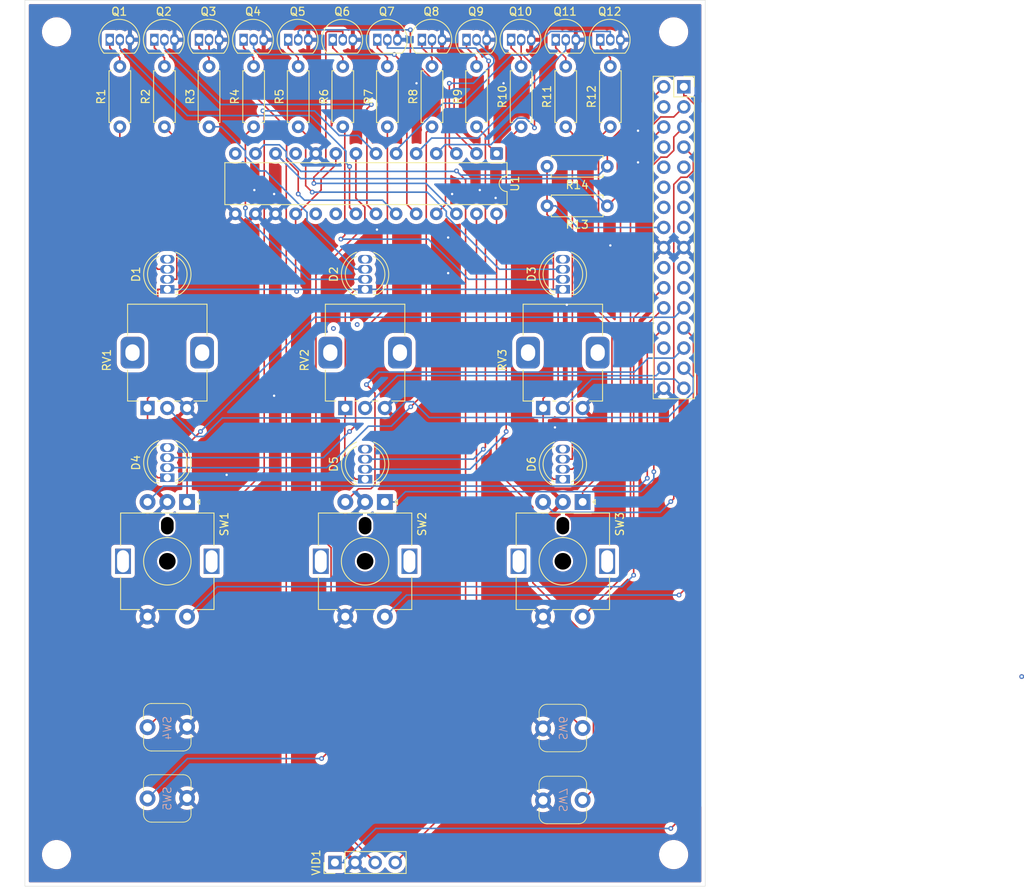
<source format=kicad_pcb>
(kicad_pcb (version 20241229) (generator "pcbnew") (generator_version "9.0")
  (layers (0 "F.Cu" signal) (2 "B.Cu" signal) (13 "F.Paste" user) (15 "B.Paste" user) (5 "F.SilkS" user "F.Silkscreen") (7 "B.SilkS" user "B.Silkscreen") (1 "F.Mask" user) (3 "B.Mask" user) (25 "Edge.Cuts" user))
  (net 0 "")
  (net 2 "GND")
  (net 3 "Net-(D1-RK)")
  (net 4 "Net-(D1-GK)")
  (net 5 "+5V")
  (net 6 "+3V3")
  (net 8 "Net-(D2-RK)")
  (net 9 "Net-(D2-GK)")
  (net 11 "Net-(D3-RK)")
  (net 12 "Net-(D3-GK)")
  (net 13 "Net-(D4-RK)")
  (net 15 "/ADC_VREF")
  (net 16 "Net-(D4-GK)")
  (net 17 "Net-(D5-GK)")
  (net 18 "Net-(D5-RK)")
  (net 19 "/GPIO1")
  (net 22 "Net-(D6-GK)")
  (net 23 "Net-(D6-RK)")
  (net 24 "/GPIO26")
  (net 25 "/ENC2_B")
  (net 26 "/GPIO2")
  (net 28 "/GPIO27")
  (net 29 "/GPIO28")
  (net 30 "/GPIO0")
  (net 33 "/ENC3_A")
  (net 35 "/ENC3_SW")
  (net 36 "/ENC1_A")
  (net 38 "/ENC1_SW")
  (net 39 "/ENC2_SW")
  (net 40 "/ENC3_B")
  (net 45 "/ENC1_B")
  (net 46 "/ENC2_A")
  (net 49 "/LED_G_ENC1")
  (net 50 "Net-(Q2-C)")
  (net 51 "Net-(Q3-C)")
  (net 52 "/LED_R_ENC1")
  (net 53 "Net-(Q4-C)")
  (net 54 "/LED_G_ENC2")
  (net 55 "Net-(Q5-C)")
  (net 56 "/LED_R_ENC2")
  (net 57 "/LED_G_ENC3")
  (net 58 "Net-(Q6-C)")
  (net 59 "Net-(Q7-C)")
  (net 60 "/LED_R_ENC3")
  (net 61 "Net-(Q8-C)")
  (net 62 "/LED_G_POT1")
  (net 63 "Net-(Q9-C)")
  (net 64 "/LED_R_POT1")
  (net 65 "/LED_G_POT2")
  (net 66 "Net-(Q10-C)")
  (net 67 "Net-(Q11-C)")
  (net 68 "/LED_R_POT2")
  (net 69 "Net-(Q12-C)")
  (net 70 "/LED_G_POT3")
  (net 71 "Net-(Q1-C)")
  (net 72 "/LED_R_POT3")
  (net 79 "/BUTTON1")
  (net 80 "/BUTTON2")
  (net 81 "/BUTTON3")
  (net 82 "/BUTTON4")
  (footprint "rytmos:KAILH_MUTE" (layer "F.Cu") (at 161 123.9 90)
    (property "Reference" "SW5")
    (property "Value" "SW_Push" (hide yes))
  )
  (footprint "Resistor_THT:R_Axial_DIN0207_L6.3mm_D2.5mm_P7.62mm_Horizontal" (layer "F.Cu") (at 163.2727 36 90)
    (property "Reference" "R3")
    (property "Value" "470R")
  )
  (footprint "Resistor_THT:R_Axial_DIN0207_L6.3mm_D2.5mm_P7.62mm_Horizontal" (layer "F.Cu") (at 208.3636 36 90)
    (property "Reference" "R11")
    (property "Value" "470R")
  )
  (footprint "Package_TO_SOT_THT:TO-92L_Inline" (layer "F.Cu") (at 156.3664 25)
    (property "Reference" "Q2")
    (property "Value" "NPN")
  )
  (footprint "Package_TO_SOT_THT:TO-92L_Inline" (layer "F.Cu") (at 212.73 25)
    (property "Reference" "Q12")
    (property "Value" "NPN")
  )
  (footprint "rytmos:KAILH_MUTE" (layer "F.Cu") (at 205 118.1 -90)
    (property "Reference" "SW7")
    (property "Value" "SW_Push" (hide yes))
  )
  (footprint "Potentiometer_THT:Potentiometer_Alps_RK09K_Single_Vertical" (layer "F.Cu") (at 180.5 71.55 90)
    (property "Reference" "RV2")
    (property "Value" "R_Vol")
  )
  (footprint "Package_TO_SOT_THT:TO-92L_Inline" (layer "F.Cu") (at 167.6391 25)
    (property "Reference" "Q4")
    (property "Value" "NPN")
  )
  (footprint "Resistor_THT:R_Axial_DIN0207_L6.3mm_D2.5mm_P7.62mm_Horizontal" (layer "F.Cu") (at 185.8182 36 90)
    (property "Reference" "R7")
    (property "Value" "470R")
  )
  (footprint "Resistor_THT:R_Axial_DIN0207_L6.3mm_D2.5mm_P7.62mm_Horizontal" (layer "F.Cu") (at 213.62 46 180)
    (property "Reference" "R13")
    (property "Value" "10k")
  )
  (footprint "Resistor_THT:R_Axial_DIN0207_L6.3mm_D2.5mm_P7.62mm_Horizontal" (layer "F.Cu") (at 152 36 90)
    (property "Reference" "R1")
    (property "Value" "470R")
  )
  (footprint "Package_TO_SOT_THT:TO-92L_Inline" (layer "F.Cu") (at 150.73 25)
    (property "Reference" "Q1")
    (property "Value" "NPN")
  )
  (footprint "Resistor_THT:R_Axial_DIN0207_L6.3mm_D2.5mm_P7.62mm_Horizontal" (layer "F.Cu") (at 202.7273 36 90)
    (property "Reference" "R10")
    (property "Value" "470R")
  )
  (footprint "MountingHole:MountingHole_3.2mm_M3" (layer "F.Cu") (at 144 128)
    (property "Reference" "H3" (hide yes))
    (property "Value" "MountingHole")
  )
  (footprint "rytmos:KAILH_MUTE" (layer "F.Cu") (at 161 114.9 90)
    (property "Reference" "SW4")
    (property "Value" "SW_Push" (hide yes))
  )
  (footprint "Connector_PinSocket_2.54mm:PinSocket_2x16_P2.54mm_Vertical" (layer "F.Cu") (at 223.29 30.95)
    (property "Reference" "J3" (hide yes))
    (property "Value" "gpio_breakout")
  )
  (footprint "LED_THT:LED_D5.0mm-4_RGB" (layer "F.Cu") (at 158 56.55 90)
    (property "Reference" "D1")
    (property "Value" "LED_ARGB")
  )
  (footprint "Potentiometer_THT:Potentiometer_Alps_RK09K_Single_Vertical" (layer "F.Cu") (at 205.5 71.55 90)
    (property "Reference" "RV3")
    (property "Value" "R_Vol")
  )
  (footprint "Resistor_THT:R_Axial_DIN0207_L6.3mm_D2.5mm_P7.62mm_Horizontal" (layer "F.Cu") (at 197.0909 36 90)
    (property "Reference" "R9")
    (property "Value" "470R")
  )
  (footprint "Resistor_THT:R_Axial_DIN0207_L6.3mm_D2.5mm_P7.62mm_Horizontal" (layer "F.Cu") (at 191.4545 36 90)
    (property "Reference" "R8")
    (property "Value" "470R")
  )
  (footprint "Package_TO_SOT_THT:TO-92L_Inline" (layer "F.Cu") (at 173.2755 25)
    (property "Reference" "Q5")
    (property "Value" "NPN")
  )
  (footprint "Resistor_THT:R_Axial_DIN0207_L6.3mm_D2.5mm_P7.62mm_Horizontal" (layer "F.Cu") (at 214 36 90)
    (property "Reference" "R12")
    (property "Value" "470R")
  )
  (footprint "Package_TO_SOT_THT:TO-92L_Inline" (layer "F.Cu") (at 162.0027 25)
    (property "Reference" "Q3")
    (property "Value" "NPN")
  )
  (footprint "LED_THT:LED_D5.0mm-4_RGB" (layer "F.Cu") (at 183 80.55 90)
    (property "Reference" "D5")
    (property "Value" "LED_ARGB")
  )
  (footprint "LED_THT:LED_D5.0mm-4_RGB" (layer "F.Cu") (at 183 56.55 90)
    (property "Reference" "D2")
    (property "Value" "LED_ARGB")
  )
  (footprint "Package_DIP:DIP-28_W7.62mm" (layer "F.Cu") (at 199.62 39.38 -90)
    (property "Reference" "U1")
    (property "Value" "MCP23017_SP")
  )
  (footprint "Package_TO_SOT_THT:TO-92L_Inline" (layer "F.Cu") (at 207.0936 25)
    (property "Reference" "Q11")
    (property "Value" "NPN")
  )
  (footprint "Resistor_THT:R_Axial_DIN0207_L6.3mm_D2.5mm_P7.62mm_Horizontal" (layer "F.Cu") (at 180.1818 36 90)
    (property "Reference" "R6")
    (property "Value" "470R")
  )
  (footprint "rytmos:KAILH_MUTE" (layer "F.Cu") (at 205 109 -90)
    (property "Reference" "SW6")
    (property "Value" "SW_Push" (hide yes))
  )
  (footprint "Rotary_Encoder:RotaryEncoder_Alps_EC11E-Switch_Vertical_H20mm_MountingHoles" (layer "F.Cu") (at 210.5 83.425 -90)
    (property "Reference" "SW3")
    (property "Value" "RotaryEncoder_Switch")
  )
  (footprint "Package_TO_SOT_THT:TO-92L_Inline" (layer "F.Cu") (at 184.5482 25)
    (property "Reference" "Q7")
    (property "Value" "NPN")
  )
  (footprint "Resistor_THT:R_Axial_DIN0207_L6.3mm_D2.5mm_P7.62mm_Horizontal" (layer "F.Cu") (at 213.62 41 180)
    (property "Reference" "R14")
    (property "Value" "10k")
  )
  (footprint "Package_TO_SOT_THT:TO-92L_Inline" (layer "F.Cu") (at 178.9118 25)
    (property "Reference" "Q6")
    (property "Value" "NPN")
  )
  (footprint "LED_THT:LED_D5.0mm-4_RGB" (layer "F.Cu") (at 208 80.55 90)
    (property "Reference" "D6")
    (property "Value" "LED_ARGB")
  )
  (footprint "LED_THT:LED_D5.0mm-4_RGB" (layer "F.Cu") (at 158 80.36 90)
    (property "Reference" "D4")
    (property "Value" "LED_ARGB")
  )
  (footprint "Resistor_THT:R_Axial_DIN0207_L6.3mm_D2.5mm_P7.62mm_Horizontal" (layer "F.Cu") (at 168.9091 36 90)
    (property "Reference" "R4")
    (property "Value" "470R")
  )
  (footprint "Rotary_Encoder:RotaryEncoder_Alps_EC11E-Switch_Vertical_H20mm_MountingHoles" (layer "F.Cu") (at 185.5 83.425 -90)
    (property "Reference" "SW2")
    (property "Value" "RotaryEncoder_Switch")
  )
  (footprint "Connector_PinHeader_2.54mm:PinHeader_1x04_P2.54mm_Vertical" (layer "F.Cu") (at 179.19 129 90)
    (property "Reference" "VID1")
    (property "Value" "I2C")
  )
  (footprint "Potentiometer_THT:Potentiometer_Alps_RK09K_Single_Vertical" (layer "F.Cu") (at 155.5 71.55 90)
    (property "Reference" "RV1")
    (property "Value" "R_Vol")
  )
  (footprint "Package_TO_SOT_THT:TO-92L_Inline" (layer "F.Cu") (at 195.8209 25)
    (property "Reference" "Q9")
    (property "Value" "NPN")
  )
  (footprint "MountingHole:MountingHole_3.2mm_M3" (layer "F.Cu") (at 222 24)
    (property "Reference" "H2" (hide yes))
    (property "Value" "MountingHole")
  )
  (footprint "MountingHole:MountingHole_3.2mm_M3" (layer "F.Cu") (at 222 128)
    (property "Reference" "H4" (hide yes))
    (property "Value" "MountingHole")
  )
  (footprint "LED_THT:LED_D5.0mm-4_RGB" (layer "F.Cu") (at 208 56.55 90)
    (property "Reference" "D3")
    (property "Value" "LED_ARGB")
  )
  (footprint "Resistor_THT:R_Axial_DIN0207_L6.3mm_D2.5mm_P7.62mm_Horizontal" (layer "F.Cu") (at 157.6364 36 90)
    (property "Reference" "R2")
    (property "Value" "470R")
  )
  (footprint "MountingHole:MountingHole_3.2mm_M3" (layer "F.Cu") (at 144 24)
    (property "Reference" "H1" (hide yes))
    (property "Value" "MountingHole")
  )
  (footprint "Resistor_THT:R_Axial_DIN0207_L6.3mm_D2.5mm_P7.62mm_Horizontal" (layer "F.Cu") (at 174.5455 36 90)
    (property "Reference" "R5")
    (property "Value" "470R")
  )
  (footprint "Package_TO_SOT_THT:TO-92L_Inline" (layer "F.Cu") (at 201.4573 25)
    (property "Reference" "Q10")
    (property "Value" "NPN")
  )
  (footprint "Rotary_Encoder:RotaryEncoder_Alps_EC11E-Switch_Vertical_H20mm_MountingHoles" (layer "F.Cu") (at 160.5 83.425 -90)
    (property "Reference" "SW1")
    (property "Value" "RotaryEncoder_Switch")
  )
  (footprint "Package_TO_SOT_THT:TO-92L_Inline" (layer "F.Cu") (at 190.1845 25)
    (property "Reference" "Q8")
    (property "Value" "NPN")
  )
  (gr_rect (start 140 20) (end 226 132) (stroke (width 0.05)) (fill no) (layer "Edge.Cuts"))
  (via (at 182 61) (size 0.6) (drill 0.3) (layers "F.Cu" "B.Cu") (net 0))
  (via (at 179 61.5) (size 0.6) (drill 0.3) (layers "F.Cu" "B.Cu") (net 0))
  (via (at 266 105.5) (size 0.6) (drill 0.3) (layers "F.Cu" "B.Cu") (net 0))
  (via (at 169 44) (size 0.6) (drill 0.3) (layers "F.Cu" "B.Cu") (net 2))
  (via (at 207 74) (size 0.6) (drill 0.3) (layers "F.Cu" "B.Cu") (net 2))
  (via (at 193.5 54.5) (size 0.6) (drill 0.3) (layers "F.Cu" "B.Cu") (net 2))
  (via (at 217.5 36.5) (size 0.6) (drill 0.3) (layers "F.Cu" "B.Cu") (net 2))
  (via (at 193.5 50) (size 0.6) (drill 0.3) (layers "F.Cu" "B.Cu") (net 2))
  (via (at 184.5 49) (size 0.6) (drill 0.3) (layers "F.Cu" "B.Cu") (net 2))
  (via (at 217.5 40.5) (size 0.6) (drill 0.3) (layers "F.Cu" "B.Cu") (net 2))
  (via (at 214 51) (size 0.6) (drill 0.3) (layers "F.Cu" "B.Cu") (net 2))
  (via (at 200.5 30.5) (size 0.6) (drill 0.3) (layers "F.Cu" "B.Cu") (net 2))
  (via (at 208.5 58.5) (size 0.6) (drill 0.3) (layers "F.Cu" "B.Cu") (net 2))
  (via (at 194 44.5) (size 0.6) (drill 0.3) (layers "F.Cu" "B.Cu") (net 2))
  (via (at 189.5 30.5) (size 0.6) (drill 0.3) (layers "F.Cu" "B.Cu") (net 2))
  (via (at 197.5 44) (size 0.6) (drill 0.3) (layers "F.Cu" "B.Cu") (net 2))
  (via (at 165.5 80) (size 0.6) (drill 0.3) (layers "F.Cu" "B.Cu") (net 2))
  (via (at 199.5 45) (size 0.6) (drill 0.3) (layers "F.Cu" "B.Cu") (net 2))
  (via (at 171.5 70) (size 0.6) (drill 0.3) (layers "F.Cu" "B.Cu") (net 2))
  (via (at 171.5 44.5) (size 0.6) (drill 0.3) (layers "F.Cu" "B.Cu") (net 2))
  (segment (start 159.2017 37.5653) (end 159.2017 55.28) (width 0.2) (layer "F.Cu") (net 3))
  (segment (start 158 55.28) (end 159.2017 55.28) (width 0.2) (layer "F.Cu") (net 3))
  (segment (start 157.6364 36) (end 159.2017 37.5653) (width 0.2) (layer "F.Cu") (net 3))
  (segment (start 152 36) (end 152 49.2117) (width 0.2) (layer "F.Cu") (net 4))
  (segment (start 152 49.2117) (end 156.7983 54.01) (width 0.2) (layer "F.Cu") (net 4))
  (segment (start 158 54.01) (end 156.7983 54.01) (width 0.2) (layer "F.Cu") (net 4))
  (segment (start 224.9457 33.4695) (end 223.5779 32.1017) (width 0.2) (layer "F.Cu") (net 5))
  (segment (start 221.6438 124.6959) (end 224.9457 121.394) (width 0.2) (layer "F.Cu") (net 5))
  (segment (start 223.5779 32.1017) (end 223.29 32.1017) (width 0.2) (layer "F.Cu") (net 5))
  (segment (start 223.29 30.95) (end 223.29 32.1017) (width 0.2) (layer "F.Cu") (net 5))
  (segment (start 224.9457 121.394) (end 224.9457 33.4695) (width 0.2) (layer "F.Cu") (net 5))
  (via (at 221.6438 124.6959) (size 0.6) (drill 0.3) (layers "F.Cu" "B.Cu") (net 5))
  (segment (start 184.3579 124.6959) (end 221.6438 124.6959) (width 0.2) (layer "B.Cu") (net 5))
  (segment (start 179.19 129) (end 180.3417 129) (width 0.2) (layer "B.Cu") (net 5))
  (segment (start 180.3417 129) (end 180.3417 128.7121) (width 0.2) (layer "B.Cu") (net 5))
  (segment (start 180.3417 128.7121) (end 184.3579 124.6959) (width 0.2) (layer "B.Cu") (net 5))
  (segment (start 180.5 71.55) (end 180.5 57.8498) (width 0.2) (layer "F.Cu") (net 6))
  (segment (start 206.7983 56.55) (end 206.7983 47.9) (width 0.2) (layer "F.Cu") (net 6))
  (segment (start 177.4408 42.6574) (end 177.4408 43.9913) (width 0.2) (layer "F.Cu") (net 6))
  (segment (start 183 56.55) (end 181.7998 56.55) (width 0.2) (layer "F.Cu") (net 6))
  (segment (start 174.4321 47) (end 174.22 47) (width 0.2) (layer "F.Cu") (net 6))
  (segment (start 180.5 57.8498) (end 181.7998 56.55) (width 0.2) (layer "F.Cu") (net 6))
  (segment (start 208 56.55) (end 207.3992 56.55) (width 0.2) (layer "F.Cu") (net 6))
  (segment (start 207.3992 56.55) (end 207.3992 68.4491) (width 0.2) (layer "F.Cu") (net 6))
  (segment (start 158 56.55) (end 156.7983 56.55) (width 0.2) (layer "F.Cu") (net 6))
  (segment (start 156.7983 69.05) (end 155.5 70.3483) (width 0.2) (layer "F.Cu") (net 6))
  (segment (start 205.5 70.9491) (end 205.5 71.55) (width 0.2) (layer "F.Cu") (net 6))
  (segment (start 179.3 40.7982) (end 177.4408 42.6574) (width 0.2) (layer "F.Cu") (net 6))
  (segment (start 180.4337 72.818) (end 180.4337 79.1854) (width 0.2) (layer "F.Cu") (net 6))
  (segment (start 155.5 71.55) (end 155.5 79.0617) (width 0.2) (layer "F.Cu") (net 6))
  (segment (start 180.5 71.55) (end 180.5 72.7517) (width 0.2) (layer "F.Cu") (net 6))
  (segment (start 158 80.36) (end 156.7983 80.36) (width 0.2) (layer "F.Cu") (net 6))
  (segment (start 207.3992 68.4491) (end 205.5 70.3483) (width 0.2) (layer "F.Cu") (net 6))
  (segment (start 206 41) (end 206 46) (width 0.2) (layer "F.Cu") (net 6))
  (segment (start 177.4408 43.9913) (end 174.4321 47) (width 0.2) (layer "F.Cu") (net 6))
  (segment (start 174.3525 56.8061) (end 174.22 56.6736) (width 0.2) (layer "F.Cu") (net 6))
  (segment (start 206 46) (end 206 47.1017) (width 0.2) (layer "F.Cu") (net 6))
  (segment (start 155.5 70.9491) (end 155.5 71.55) (width 0.2) (layer "F.Cu") (net 6))
  (segment (start 155.5 70.9491) (end 155.5 70.3483) (width 0.2) (layer "F.Cu") (net 6))
  (segment (start 156.7983 56.55) (end 156.7983 69.05) (width 0.2) (layer "F.Cu") (net 6))
  (segment (start 205.5 71.55) (end 205.5 79.2517) (width 0.2) (layer "F.Cu") (net 6))
  (segment (start 206.7983 47.9) (end 206 47.1017) (width 0.2) (layer "F.Cu") (net 6))
  (segment (start 205.5 79.2517) (end 206.7983 80.55) (width 0.2) (layer "F.Cu") (net 6))
  (segment (start 180.4337 79.1854) (end 181.7983 80.55) (width 0.2) (layer "F.Cu") (net 6))
  (segment (start 183 80.55) (end 181.7983 80.55) (width 0.2) (layer "F.Cu") (net 6))
  (segment (start 179.3 39.38) (end 179.3 40.7982) (width 0.2) (layer "F.Cu") (net 6))
  (segment (start 174.22 56.6736) (end 174.22 47) (width 0.2) (layer "F.Cu") (net 6))
  (segment (start 205.5 70.9491) (end 205.5 70.3483) (width 0.2) (layer "F.Cu") (net 6))
  (segment (start 155.5 79.0617) (end 156.7983 80.36) (width 0.2) (layer "F.Cu") (net 6))
  (segment (start 207.3992 56.55) (end 206.7983 56.55) (width 0.2) (layer "F.Cu") (net 6))
  (segment (start 180.5 72.7517) (end 180.4337 72.818) (width 0.2) (layer "F.Cu") (net 6))
  (segment (start 208 80.55) (end 206.7983 80.55) (width 0.2) (layer "F.Cu") (net 6))
  (via (at 174.3525 56.8061) (size 0.6) (drill 0.3) (layers "F.Cu" "B.Cu") (net 6))
  (segment (start 183 56.55) (end 174.3525 56.55) (width 0.2) (layer "B.Cu") (net 6))
  (segment (start 208 56.55) (end 183 56.55) (width 0.2) (layer "B.Cu") (net 6))
  (segment (start 206 46) (end 207.1017 46) (width 0.2) (layer "B.Cu") (net 6))
  (segment (start 209.8317 48.73) (end 207.1017 46) (width 0.2) (layer "B.Cu") (net 6))
  (segment (start 174.3525 56.55) (end 174.3525 56.8061) (width 0.2) (layer "B.Cu") (net 6))
  (segment (start 220.75 48.73) (end 209.8317 48.73) (width 0.2) (layer "B.Cu") (net 6))
  (segment (start 174.3525 56.55) (end 158 56.55) (width 0.2) (layer "B.Cu") (net 6))
  (segment (start 167.8701 46.2679) (end 167.8701 37.039) (width 0.2) (layer "F.Cu") (net 8))
  (segment (start 167.8701 37.039) (end 168.9091 36) (width 0.2) (layer "F.Cu") (net 8))
  (via (at 167.8701 46.2679) (size 0.6) (drill 0.3) (layers "F.Cu" "B.Cu") (net 8))
  (segment (start 167.8701 47.2934) (end 167.8701 46.2679) (width 0.2) (layer "B.Cu") (net 8))
  (segment (start 183 55.28) (end 175.8567 55.28) (width 0.2) (layer "B.Cu") (net 8))
  (segment (start 175.8567 55.28) (end 167.8701 47.2934) (width 0.2) (layer "B.Cu") (net 8))
  (segment (start 164.8165 36) (end 167.87 39.0535) (width 0.2) (layer "B.Cu") (net 9))
  (segment (start 167.87 39.0535) (end 167.87 39.7342) (width 0.2) (layer "B.Cu") (net 9))
  (segment (start 163.2727 36) (end 164.8165 36) (width 0.2) (layer "B.Cu") (net 9))
  (segment (start 170.4385 41.5865) (end 175.6583 46.8063) (width 0.2) (layer "B.Cu") (net 9))
  (segment (start 183 54.01) (end 181.7983 54.01) (width 0.2) (layer "B.Cu") (net 9))
  (segment (start 175.6583 47.87) (end 181.7983 54.01) (width 0.2) (layer "B.Cu") (net 9))
  (segment (start 175.6583 46.8063) (end 175.6583 47.87) (width 0.2) (layer "B.Cu") (net 9))
  (segment (start 167.87 39.7342) (end 169.7223 41.5865) (width 0.2) (layer "B.Cu") (net 9))
  (segment (start 169.7223 41.5865) (end 170.4385 41.5865) (width 0.2) (layer "B.Cu") (net 9))
  (segment (start 180.4338 36.252) (end 180.4338 49.7056) (width 0.2) (layer "F.Cu") (net 11))
  (segment (start 180.1818 36) (end 180.4338 36.252) (width 0.2) (layer "F.Cu") (net 11))
  (segment (start 180.4338 49.7056) (end 179.9356 50.2038) (width 0.2) (layer "F.Cu") (net 11))
  (via (at 179.9356 50.2038) (size 0.6) (drill 0.3) (layers "F.Cu" "B.Cu") (net 11))
  (segment (start 196.0743 55.28) (end 208 55.28) (width 0.2) (layer "B.Cu") (net 11))
  (segment (start 190.9981 50.2038) (end 196.0743 55.28) (width 0.2) (layer "B.Cu") (net 11))
  (segment (start 179.9356 50.2038) (end 190.9981 50.2038) (width 0.2) (layer "B.Cu") (net 11))
  (segment (start 175.49 43.439) (end 175.49 36.9445) (width 0.2) (layer "F.Cu") (net 12))
  (segment (start 175.49 36.9445) (end 174.5455 36) (width 0.2) (layer "F.Cu") (net 12))
  (segment (start 176.3161 44.2651) (end 175.49 43.439) (width 0.2) (layer "F.Cu") (net 12))
  (via (at 176.3161 44.2651) (size 0.6) (drill 0.3) (layers "F.Cu" "B.Cu") (net 12))
  (segment (start 193.27 47.295) (end 199.985 54.01) (width 0.2) (layer "B.Cu") (net 12))
  (segment (start 193.27 46.6866) (end 193.27 47.295) (width 0.2) (layer "B.Cu") (net 12))
  (segment (start 190.8485 44.2651) (end 193.27 46.6866) (width 0.2) (layer "B.Cu") (net 12))
  (segment (start 176.3161 44.2651) (end 190.8485 44.2651) (width 0.2) (layer "B.Cu") (net 12))
  (segment (start 199.985 54.01) (end 208 54.01) (width 0.2) (layer "B.Cu") (net 12))
  (segment (start 190.73 36.7245) (end 191.4545 36) (width 0.2) (layer "F.Cu") (net 13))
  (segment (start 188.7702 71.3936) (end 190.73 69.4338) (width 0.2) (layer "F.Cu") (net 13))
  (segment (start 190.73 69.4338) (end 190.73 36.7245) (width 0.2) (layer "F.Cu") (net 13))
  (via (at 188.7702 71.3936) (size 0.6) (drill 0.3) (layers "F.Cu" "B.Cu") (net 13))
  (segment (start 178.1786 79.09) (end 183.4254 73.8432) (width 0.2) (layer "B.Cu") (net 13))
  (segment (start 186.3206 73.8432) (end 188.7702 71.3936) (width 0.2) (layer "B.Cu") (net 13))
  (segment (start 158 79.09) (end 178.1786 79.09) (width 0.2) (layer "B.Cu") (net 13))
  (segment (start 183.4254 73.8432) (end 186.3206 73.8432) (width 0.2) (layer "B.Cu") (net 13))
  (segment (start 185.8182 36) (end 185.8182 58.6843) (width 0.2) (layer "F.Cu") (net 16))
  (segment (start 185.8182 58.6843) (end 181.7983 62.7042) (width 0.2) (layer "F.Cu") (net 16))
  (segment (start 181.7983 62.7042) (end 181.7983 73.7594) (width 0.2) (layer "F.Cu") (net 16))
  (segment (start 181.7983 73.7594) (end 181.0354 74.5223) (width 0.2) (layer "F.Cu") (net 16))
  (via (at 181.0354 74.5223) (size 0.6) (drill 0.3) (layers "F.Cu" "B.Cu") (net 16))
  (segment (start 181.0354 74.5223) (end 177.7377 77.82) (width 0.2) (layer "B.Cu") (net 16))
  (segment (start 177.7377 77.82) (end 158 77.82) (width 0.2) (layer "B.Cu") (net 16))
  (segment (start 198.208 76.4995) (end 197.9444 76.7631) (width 0.2) (layer "F.Cu") (net 17))
  (segment (start 198.208 37.1171) (end 198.208 76.4995) (width 0.2) (layer "F.Cu") (net 17))
  (segment (start 197.0909 36) (end 198.208 37.1171) (width 0.2) (layer "F.Cu") (net 17))
  (via (at 197.9444 76.7631) (size 0.6) (drill 0.3) (layers "F.Cu" "B.Cu") (net 17))
  (segment (start 197.9444 76.7631) (end 196.6975 78.01) (width 0.2) (layer "B.Cu") (net 17))
  (segment (start 196.6975 78.01) (end 183 78.01) (width 0.2) (layer "B.Cu") (net 17))
  (segment (start 200.8363 74.5223) (end 200.8363 37.891) (width 0.2) (layer "F.Cu") (net 18))
  (segment (start 200.8363 37.891) (end 202.7273 36) (width 0.2) (layer "F.Cu") (net 18))
  (via (at 200.8363 74.5223) (size 0.6) (drill 0.3) (layers "F.Cu" "B.Cu") (net 18))
  (segment (start 200.8363 74.7221) (end 200.8363 74.5223) (width 0.2) (layer "B.Cu") (net 18))
  (segment (start 196.2784 79.28) (end 200.8363 74.7221) (width 0.2) (layer "B.Cu") (net 18))
  (segment (start 183 79.28) (end 196.2784 79.28) (width 0.2) (layer "B.Cu") (net 18))
  (segment (start 223.29 33.49) (end 222.02 34.76) (width 0.2) (layer "F.Cu") (net 19))
  (segment (start 214.8859 44.7341) (end 213.62 46) (width 0.2) (layer "F.Cu") (net 19))
  (segment (start 184.27 129) (end 173.035 117.765) (width 0.2) (layer "F.Cu") (net 19))
  (segment (start 222.02 34.76) (end 220.3602 34.76) (width 0.2) (layer "F.Cu") (net 19))
  (segment (start 173.035 40.735) (end 171.68 39.38) (width 0.2) (layer "F.Cu") (net 19))
  (segment (start 220.3602 34.76) (end 214.8859 40.2343) (width 0.2) (layer "F.Cu") (net 19))
  (segment (start 173.035 117.765) (end 173.035 40.735) (width 0.2) (layer "F.Cu") (net 19))
  (segment (start 214.8859 40.2343) (end 214.8859 44.7341) (width 0.2) (layer "F.Cu") (net 19))
  (segment (start 213.62 46) (end 210.1762 42.5562) (width 0.2) (layer "B.Cu") (net 19))
  (segment (start 174.8562 42.5562) (end 171.68 39.38) (width 0.2) (layer "B.Cu") (net 19))
  (segment (start 210.1762 42.5562) (end 174.8562 42.5562) (width 0.2) (layer "B.Cu") (net 19))
  (segment (start 209.2017 36.8381) (end 208.3636 36) (width 0.2) (layer "F.Cu") (net 22))
  (segment (start 208 78.01) (end 209.2017 78.01) (width 0.2) (layer "F.Cu") (net 22))
  (segment (start 209.2017 78.01) (end 209.2017 36.8381) (width 0.2) (layer "F.Cu") (net 22))
  (segment (start 212.5049 37.4951) (end 212.5049 59.3152) (width 0.2) (layer "F.Cu") (net 23))
  (segment (start 212.5049 59.3152) (end 214.2085 61.0188) (width 0.2) (layer "F.Cu") (net 23))
  (segment (start 208 79.28) (end 209.2017 79.28) (width 0.2) (layer "F.Cu") (net 23))
  (segment (start 214 36) (end 212.5049 37.4951) (width 0.2) (layer "F.Cu") (net 23))
  (segment (start 214.2085 74.2732) (end 209.2017 79.28) (width 0.2) (layer "F.Cu") (net 23))
  (segment (start 214.2085 61.0188) (end 214.2085 74.2732) (width 0.2) (layer "F.Cu") (net 23))
  (segment (start 224.485 67.705) (end 224.485 69.5411) (width 0.2) (layer "B.Cu") (net 24))
  (segment (start 164.9442 72.8033) (end 162.6014 75.1461) (width 0.2) (layer "B.Cu") (net 24))
  (segment (start 186.0503 72.8033) (end 164.9442 72.8033) (width 0.2) (layer "B.Cu") (net 24))
  (segment (start 223.29 66.51) (end 224.485 67.705) (width 0.2) (layer "B.Cu") (net 24))
  (segment (start 221.2744 72.7517) (end 191.094 72.7517) (width 0.2) (layer "B.Cu") (net 24))
  (segment (start 188.1054 70.7482) (end 186.0503 72.8033) (width 0.2) (layer "B.Cu") (net 24))
  (segment (start 162.6014 75.1461) (end 161.5961 75.1461) (width 0.2) (layer "B.Cu") (net 24))
  (segment (start 161.5961 75.1461) (end 158 71.55) (width 0.2) (layer "B.Cu") (net 24))
  (segment (start 191.094 72.7517) (end 189.0905 70.7482) (width 0.2) (layer "B.Cu") (net 24))
  (segment (start 189.0905 70.7482) (end 188.1054 70.7482) (width 0.2) (layer "B.Cu") (net 24))
  (segment (start 224.485 69.5411) (end 221.2744 72.7517) (width 0.2) (layer "B.Cu") (net 24))
  (segment (start 184.25 81.2352) (end 184.25 69.674) (width 0.2) (layer "F.Cu") (net 25))
  (segment (start 182.1698 81.7552) (end 183.73 81.7552) (width 0.2) (layer "F.Cu") (net 25))
  (segment (start 180.5 83.425) (end 182.1698 81.7552) (width 0.2) (layer "F.Cu") (net 25))
  (segment (start 184.25 69.674) (end 183.1714 68.5954) (width 0.2) (layer "F.Cu") (net 25))
  (segment (start 183.73 81.7552) (end 184.25 81.2352) (width 0.2) (layer "F.Cu") (net 25))
  (via (at 183.1714 68.5954) (size 0.6) (drill 0.3) (layers "F.Cu" "B.Cu") (net 25))
  (segment (start 217.0213 67.0066) (end 218.7879 65.24) (width 0.2) (layer "B.Cu") (net 25))
  (segment (start 222.02 65.24) (end 223.29 63.97) (width 0.2) (layer "B.Cu") (net 25))
  (segment (start 218.7879 65.24) (end 222.02 65.24) (width 0.2) (layer "B.Cu") (net 25))
  (segment (start 183.1714 68.5954) (end 184.7602 67.0066) (width 0.2) (layer "B.Cu") (net 25))
  (segment (start 184.7602 67.0066) (end 217.0213 67.0066) (width 0.2) (layer "B.Cu") (net 25))
  (segment (start 183 71.55) (end 187.0918 67.4582) (width 0.2) (layer "B.Cu") (net 28))
  (segment (start 187.0918 67.4582) (end 219.8018 67.4582) (width 0.2) (layer "B.Cu") (net 28))
  (segment (start 219.8018 67.4582) (end 220.75 66.51) (width 0.2) (layer "B.Cu") (net 28))
  (segment (start 208 71.55) (end 211.6624 67.8876) (width 0.2) (layer "B.Cu") (net 29))
  (segment (start 211.6624 67.8876) (end 222.1276 67.8876) (width 0.2) (layer "B.Cu") (net 29))
  (segment (start 222.1276 67.8876) (end 223.29 69.05) (width 0.2) (layer "B.Cu") (net 29))
  (segment (start 213.62 38.08) (end 213.62 41) (width 0.2) (layer "F.Cu") (net 30))
  (segment (start 195.7045 42.7285) (end 195.7045 120.1055) (width 0.2) (layer "F.Cu") (net 30))
  (segment (start 194.5575 41.5815) (end 195.7045 42.7285) (width 0.2) (layer "F.Cu") (net 30))
  (segment (start 220.75 30.95) (end 213.62 38.08) (width 0.2) (layer "F.Cu") (net 30))
  (segment (start 195.7045 120.1055) (end 186.81 129) (width 0.2) (layer "F.Cu") (net 30))
  (via (at 194.5575 41.5815) (size 0.6) (drill 0.3) (layers "F.Cu" "B.Cu") (net 30))
  (segment (start 170.2417 38.2783) (end 172.1632 38.2783) (width 0.2) (layer "B.Cu") (net 30))
  (segment (start 173.0281 39.1432) (end 173.0281 39.7744) (width 0.2) (layer "B.Cu") (net 30))
  (segment (start 173.0281 39.7744) (end 174.8943 41.6406) (width 0.2) (layer "B.Cu") (net 30))
  (segment (start 174.8943 41.6406) (end 194.4984 41.6406) (width 0.2) (layer "B.Cu") (net 30))
  (segment (start 194.4984 41.6406) (end 194.5575 41.5815) (width 0.2) (layer "B.Cu") (net 30))
  (segment (start 212.5183 42.1017) (end 195.0777 42.1017) (width 0.2) (layer "B.Cu") (net 30))
  (segment (start 195.0777 42.1017) (end 194.5575 41.5815) (width 0.2) (layer "B.Cu") (net 30))
  (segment (start 172.1632 38.2783) (end 173.0281 39.1432) (width 0.2) (layer "B.Cu") (net 30))
  (segment (start 169.14 39.38) (end 170.2417 38.2783) (width 0.2) (layer "B.Cu") (net 30))
  (segment (start 213.62 41) (end 212.5183 42.1017) (width 0.2) (layer "B.Cu") (net 30))
  (segment (start 210.5 82.1233) (end 215.2876 77.3357) (width 0.2) (layer "F.Cu") (net 33))
  (segment (start 215.2876 77.3357) (end 215.2876 41.4924) (width 0.2) (layer "F.Cu") (net 33))
  (segment (start 210.5 83.425) (end 210.5 82.1233) (width 0.2) (layer "F.Cu") (net 33))
  (segment (start 215.2876 41.4924) (end 220.75 36.03) (width 0.2) (layer "F.Cu") (net 33))
  (segment (start 221.1684 39.84) (end 220.3841 39.84) (width 0.2) (layer "F.Cu") (net 35))
  (segment (start 220.3841 39.84) (end 216.5488 43.6753) (width 0.2) (layer "F.Cu") (net 35))
  (segment (start 222.02 37.3) (end 222.02 38.9884) (width 0.2) (layer "F.Cu") (net 35))
  (segment (start 223.29 36.03) (end 222.02 37.3) (width 0.2) (layer "F.Cu") (net 35))
  (segment (start 216.5488 43.6753) (end 216.5488 91.8762) (width 0.2) (layer "F.Cu") (net 35))
  (segment (start 222.02 38.9884) (end 221.1684 39.84) (width 0.2) (layer "F.Cu") (net 35))
  (segment (start 216.5488 91.8762) (end 210.5 97.925) (width 0.2) (layer "F.Cu") (net 35))
  (segment (start 162.1938 74.5223) (end 160.5 76.2161) (width 0.2) (layer "F.Cu") (net 36))
  (segment (start 160.5 76.2161) (end 160.5 83.425) (width 0.2) (layer "F.Cu") (net 36))
  (via (at 162.1938 74.5223) (size 0.6) (drill 0.3) (layers "F.Cu" "B.Cu") (net 36))
  (segment (start 222.0995 60.0805) (end 176.6356 60.0805) (width 0.2) (layer "B.Cu") (net 36))
  (segment (start 223.29 58.89) (end 222.0995 60.0805) (width 0.2) (layer "B.Cu") (net 36))
  (segment (start 176.6356 60.0805) (end 162.1938 74.5223) (width 0.2) (layer "B.Cu") (net 36))
  (segment (start 216.9505 60.1495) (end 216.9505 92.6801) (width 0.2) (layer "F.Cu") (net 38))
  (segment (start 220.75 56.35) (end 216.9505 60.1495) (width 0.2) (layer "F.Cu") (net 38))
  (via (at 216.9505 92.6801) (size 0.6) (drill 0.3) (layers "F.Cu" "B.Cu") (net 38))
  (segment (start 164.2914 94.1336) (end 160.5 97.925) (width 0.2) (layer "B.Cu") (net 38))
  (segment (start 216.9505 92.6801) (end 215.497 94.1336) (width 0.2) (layer "B.Cu") (net 38))
  (segment (start 215.497 94.1336) (end 164.2914 94.1336) (width 0.2) (layer "B.Cu") (net 38))
  (segment (start 223.29 61.43) (end 224.5061 62.6461) (width 0.2) (layer "F.Cu") (net 39))
  (segment (start 224.5061 93.3693) (end 222.6842 95.1912) (width 0.2) (layer "F.Cu") (net 39))
  (segment (start 224.5061 62.6461) (end 224.5061 93.3693) (width 0.2) (layer "F.Cu") (net 39))
  (via (at 222.6842 95.1912) (size 0.6) (drill 0.3) (layers "F.Cu" "B.Cu") (net 39))
  (segment (start 185.5 97.925) (end 188.2338 95.1912) (width 0.2) (layer "B.Cu") (net 39))
  (segment (start 188.2338 95.1912) (end 222.6842 95.1912) (width 0.2) (layer "B.Cu") (net 39))
  (segment (start 224.4921 39.7721) (end 224.4921 41.5883) (width 0.2) (layer "F.Cu") (net 40))
  (segment (start 224.4921 41.5883) (end 223.7004 42.38) (width 0.2) (layer "F.Cu") (net 40))
  (segment (start 223.7004 42.38) (end 222.9201 42.38) (width 0.2) (layer "F.Cu") (net 40))
  (segment (start 222.02 83.0042) (end 221.6438 83.3804) (width 0.2) (layer "F.Cu") (net 40))
  (segment (start 223.29 38.57) (end 224.4921 39.7721) (width 0.2) (layer "F.Cu") (net 40))
  (segment (start 222.02 43.2801) (end 222.02 83.0042) (width 0.2) (layer "F.Cu") (net 40))
  (segment (start 222.9201 42.38) (end 222.02 43.2801) (width 0.2) (layer "F.Cu") (net 40))
  (via (at 221.6438 83.3804) (size 0.6) (drill 0.3) (layers "F.Cu" "B.Cu") (net 40))
  (segment (start 221.6438 83.3804) (end 220.284 84.7402) (width 0.2) (layer "B.Cu") (net 40))
  (segment (start 206.8152 84.7402) (end 205.5 83.425) (width 0.2) (layer "B.Cu") (net 40))
  (segment (start 220.284 84.7402) (end 206.8152 84.7402) (width 0.2) (layer "B.Cu") (net 40))
  (segment (start 218.6713 60.9687) (end 218.6713 80.4277) (width 0.2) (layer "F.Cu") (net 45))
  (segment (start 220.75 58.89) (end 218.6713 60.9687) (width 0.2) (layer "F.Cu") (net 45))
  (via (at 218.6713 80.4277) (size 0.6) (drill 0.3) (layers "F.Cu" "B.Cu") (net 45))
  (segment (start 218.6713 80.4277) (end 217.6797 81.4193) (width 0.2) (layer "B.Cu") (net 45))
  (segment (start 157.5057 81.4193) (end 155.5 83.425) (width 0.2) (layer "B.Cu") (net 45))
  (segment (start 217.6797 81.4193) (end 157.5057 81.4193) (width 0.2) (layer "B.Cu") (net 45))
  (segment (start 219.4993 79.6054) (end 219.4993 62.6807) (width 0.2) (layer "F.Cu") (net 46))
  (segment (start 219.4993 62.6807) (end 220.75 61.43) (width 0.2) (layer "F.Cu") (net 46))
  (via (at 219.4993 79.6054) (size 0.6) (drill 0.3) (layers "F.Cu" "B.Cu") (net 46))
  (segment (start 219.4993 80.4993) (end 219.4993 79.6054) (width 0.2) (layer "B.Cu") (net 46))
  (segment (start 217.8753 82.1233) (end 219.4993 80.4993) (width 0.2) (layer "B.Cu") (net 46))
  (segment (start 186.8017 83.425) (end 188.1034 82.1233) (width 0.2) (layer "B.Cu") (net 46))
  (segment (start 188.1034 82.1233) (end 217.8753 82.1233) (width 0.2) (layer "B.Cu") (net 46))
  (segment (start 185.5 83.425) (end 186.8017 83.425) (width 0.2) (layer "B.Cu") (net 46))
  (segment (start 198.6205 38.3805) (end 198.6205 27.6737) (width 0.2) (layer "F.Cu") (net 49))
  (segment (start 199.62 39.38) (end 198.6205 38.3805) (width 0.2) (layer "F.Cu") (net 49))
  (via (at 198.6205 27.6737) (size 0.6) (drill 0.3) (layers "F.Cu" "B.Cu") (net 49))
  (segment (start 196.9985 26.0517) (end 198.6205 27.6737) (width 0.2) (layer "B.Cu") (net 49))
  (segment (start 185.8182 26.0517) (end 196.9985 26.0517) (width 0.2) (layer "B.Cu") (net 49))
  (segment (start 185.8182 25) (end 185.8182 26.0517) (width 0.2) (layer "B.Cu") (net 49))
  (segment (start 156.4098 26.0517) (end 157.6364 27.2783) (width 0.2) (layer "F.Cu") (net 50))
  (segment (start 156.3664 26.0517) (end 156.4098 26.0517) (width 0.2) (layer "F.Cu") (net 50))
  (segment (start 157.6364 28.38) (end 157.6364 27.2783) (width 0.2) (layer "F.Cu") (net 50))
  (segment (start 156.3664 25) (end 156.3664 26.0517) (width 0.2) (layer "F.Cu") (net 50))
  (segment (start 162.0027 26.0517) (end 162.0461 26.0517) (width 0.2) (layer "F.Cu") (net 51))
  (segment (start 163.2727 28.38) (end 163.2727 27.2783) (width 0.2) (layer "F.Cu") (net 51))
  (segment (start 162.0027 25) (end 162.0027 26.0517) (width 0.2) (layer "F.Cu") (net 51))
  (segment (start 162.0461 26.0517) (end 163.2727 27.2783) (width 0.2) (layer "F.Cu") (net 51))
  (segment (start 191.4545 26.7102) (end 191.4545 25) (width 0.2) (layer "F.Cu") (net 52))
  (segment (start 194.2506 36.5506) (end 194.2506 29.5063) (width 0.2) (layer "F.Cu") (net 52))
  (segment (start 194.2506 29.5063) (end 191.4545 26.7102) (width 0.2) (layer "F.Cu") (net 52))
  (segment (start 197.08 39.38) (end 194.2506 36.5506) (width 0.2) (layer "F.Cu") (net 52))
  (segment (start 168.9091 28.38) (end 168.9091 27.2783) (width 0.2) (layer "F.Cu") (net 53))
  (segment (start 167.6391 25) (end 167.6391 26.0517) (width 0.2) (layer "F.Cu") (net 53))
  (segment (start 167.6825 26.0517) (end 168.9091 27.2783) (width 0.2) (layer "F.Cu") (net 53))
  (segment (start 167.6391 26.0517) (end 167.6825 26.0517) (width 0.2) (layer "F.Cu") (net 53))
  (segment (start 193.6489 38.4889) (end 194.54 39.38) (width 0.2) (layer "F.Cu") (net 54))
  (segment (start 193.6489 30.499) (end 193.6489 38.4889) (width 0.2) (layer "F.Cu") (net 54))
  (via (at 193.6489 30.499) (size 0.6) (drill 0.3) (layers "F.Cu" "B.Cu") (net 54))
  (segment (start 197.0909 25.1783) (end 199.266 27.3534) (width 0.2) (layer "B.Cu") (net 54))
  (segment (start 199.266 27.3534) (end 199.266 27.9186) (width 0.2) (layer "B.Cu") (net 54))
  (segment (start 196.6856 30.499) (end 193.6489 30.499) (width 0.2) (layer "B.Cu") (net 54))
  (segment (start 199.266 27.9186) (end 196.6856 30.499) (width 0.2) (layer "B.Cu") (net 54))
  (segment (start 197.0909 25) (end 197.0909 25.1783) (width 0.2) (layer "B.Cu") (net 54))
  (segment (start 173.2755 25) (end 173.2755 26.0517) (width 0.2) (layer "F.Cu") (net 55))
  (segment (start 173.2755 26.0517) (end 173.3189 26.0517) (width 0.2) (layer "F.Cu") (net 55))
  (segment (start 174.5455 28.38) (end 174.5455 27.2783) (width 0.2) (layer "F.Cu") (net 55))
  (segment (start 173.3189 26.0517) (end 174.5455 27.2783) (width 0.2) (layer "F.Cu") (net 55))
  (segment (start 204.4112 36.1372) (end 204.4112 28.3941) (width 0.2) (layer "F.Cu") (net 56))
  (segment (start 204.4112 28.3941) (end 202.7273 26.7102) (width 0.2) (layer "F.Cu") (net 56))
  (segment (start 202.7273 26.7102) (end 202.7273 25) (width 0.2) (layer "F.Cu") (net 56))
  (via (at 204.4112 36.1372) (size 0.6) (drill 0.3) (layers "F.Cu" "B.Cu") (net 56))
  (segment (start 193.1273 38.2527) (end 198.9166 38.2527) (width 0.2) (layer "B.Cu") (net 56))
  (segment (start 204.4112 36.0106) (end 204.4112 36.1372) (width 0.2) (layer "B.Cu") (net 56))
  (segment (start 192 39.38) (end 193.1273 38.2527) (width 0.2) (layer "B.Cu") (net 56))
  (segment (start 203.2989 34.8983) (end 204.4112 36.0106) (width 0.2) (layer "B.Cu") (net 56))
  (segment (start 202.271 34.8983) (end 203.2989 34.8983) (width 0.2) (layer "B.Cu") (net 56))
  (segment (start 198.9166 38.2527) (end 202.271 34.8983) (width 0.2) (layer "B.Cu") (net 56))
  (segment (start 191.4136 37.4264) (end 197.2603 37.4264) (width 0.2) (layer "B.Cu") (net 57))
  (segment (start 197.2603 37.4264) (end 208.3636 26.3231) (width 0.2) (layer "B.Cu") (net 57))
  (segment (start 189.46 39.38) (end 191.4136 37.4264) (width 0.2) (layer "B.Cu") (net 57))
  (segment (start 208.3636 26.3231) (end 208.3636 25) (width 0.2) (layer "B.Cu") (net 57))
  (segment (start 178.9118 25) (end 178.9118 26.0517) (width 0.2) (layer "F.Cu") (net 58))
  (segment (start 178.9552 26.0517) (end 180.1818 27.2783) (width 0.2) (layer "F.Cu") (net 58))
  (segment (start 178.9118 26.0517) (end 178.9552 26.0517) (width 0.2) (layer "F.Cu") (net 58))
  (segment (start 180.1818 28.38) (end 180.1818 27.2783) (width 0.2) (layer "F.Cu") (net 58))
  (segment (start 185.8182 28.38) (end 185.8182 27.2783) (width 0.2) (layer "F.Cu") (net 59))
  (segment (start 184.5482 26.0517) (end 184.5916 26.0517) (width 0.2) (layer "F.Cu") (net 59))
  (segment (start 184.5916 26.0517) (end 185.8182 27.2783) (width 0.2) (layer "F.Cu") (net 59))
  (segment (start 184.5482 25) (end 184.5482 26.0517) (width 0.2) (layer "F.Cu") (net 59))
  (segment (start 206.441 23.9483) (end 205.3624 25.0269) (width 0.2) (layer "B.Cu") (net 60))
  (segment (start 205.3624 25.0269) (end 205.3624 25.1085) (width 0.2) (layer "B.Cu") (net 60))
  (segment (start 192.8602 33.0198) (end 186.92 38.96) (width 0.2) (layer "B.Cu") (net 60))
  (segment (start 214 25) (end 214 23.9483) (width 0.2) (layer "B.Cu") (net 60))
  (segment (start 195.4244 33.0198) (end 192.8602 33.0198) (width 0.2) (layer "B.Cu") (net 60))
  (segment (start 214 23.9483) (end 206.441 23.9483) (width 0.2) (layer "B.Cu") (net 60))
  (segment (start 203.5423 26.9286) (end 201.5156 26.9286) (width 0.2) (layer "B.Cu") (net 60))
  (segment (start 201.5156 26.9286) (end 195.4244 33.0198) (width 0.2) (layer "B.Cu") (net 60))
  (segment (start 205.3624 25.1085) (end 203.5423 26.9286) (width 0.2) (layer "B.Cu") (net 60))
  (segment (start 186.92 38.96) (end 186.92 39.38) (width 0.2) (layer "B.Cu") (net 60))
  (segment (start 190.1845 26.0517) (end 190.2279 26.0517) (width 0.2) (layer "F.Cu") (net 61))
  (segment (start 190.2279 26.0517) (end 191.4545 27.2783) (width 0.2) (layer "F.Cu") (net 61))
  (segment (start 190.1845 25) (end 190.1845 26.0517) (width 0.2) (layer "F.Cu") (net 61))
  (segment (start 191.4545 28.38) (end 191.4545 27.2783) (width 0.2) (layer "F.Cu") (net 61))
  (segment (start 181.84 47) (end 181.0368 46.1968) (width 0.2) (layer "F.Cu") (net 62))
  (segment (start 181.0368 46.1968) (end 181.0368 41.0226) (width 0.2) (layer "F.Cu") (net 62))
  (via (at 181.0368 41.0226) (size 0.6) (drill 0.3) (layers "F.Cu" "B.Cu") (net 62))
  (segment (start 180.57 40.5558) (end 181.0368 41.0226) (width 0.2) (layer "B.Cu") (net 62))
  (segment (start 160.5353 34.587) (end 176.0731 34.587) (width 0.2) (layer "B.Cu") (net 62))
  (segment (start 176.0731 34.587) (end 180.57 39.0839) (width 0.2) (layer "B.Cu") (net 62))
  (segment (start 152 25) (end 152 26.0517) (width 0.2) (layer "B.Cu") (net 62))
  (segment (start 152 26.0517) (end 160.5353 34.587) (width 0.2) (layer "B.Cu") (net 62))
  (segment (start 180.57 39.0839) (end 180.57 40.5558) (width 0.2) (layer "B.Cu") (net 62))
  (segment (start 197.0909 27.2783) (end 195.8643 26.0517) (width 0.2) (layer "F.Cu") (net 63))
  (segment (start 197.0909 28.38) (end 197.0909 27.2783) (width 0.2) (layer "F.Cu") (net 63))
  (segment (start 195.8209 25) (end 195.8209 26.0517) (width 0.2) (layer "F.Cu") (net 63))
  (segment (start 195.8643 26.0517) (end 195.8209 26.0517) (width 0.2) (layer "F.Cu") (net 63))
  (segment (start 184.38 47) (end 183.2316 45.8516) (width 0.2) (layer "F.Cu") (net 64))
  (segment (start 183.2316 33.7375) (end 183.7846 33.1845) (width 0.2) (layer "F.Cu") (net 64))
  (segment (start 183.2316 45.8516) (end 183.2316 33.7375) (width 0.2) (layer "F.Cu") (net 64))
  (via (at 183.7846 33.1845) (size 0.6) (drill 0.3) (layers "F.Cu" "B.Cu") (net 64))
  (segment (start 157.6364 25) (end 157.6364 26.0517) (width 0.2) (layer "B.Cu") (net 64))
  (segment (start 164.7692 33.1845) (end 157.6364 26.0517) (width 0.2) (layer "B.Cu") (net 64))
  (segment (start 183.7846 33.1845) (end 164.7692 33.1845) (width 0.2) (layer "B.Cu") (net 64))
  (segment (start 163.2727 26.3213) (end 163.2727 25) (width 0.2) (layer "F.Cu") (net 65))
  (segment (start 173.0739 36.1225) (end 163.2727 26.3213) (width 0.2) (layer "F.Cu") (net 65))
  (segment (start 174.5499 41.6751) (end 173.0739 40.1991) (width 0.2) (layer "F.Cu") (net 65))
  (segment (start 174.5499 44.4932) (end 174.5499 41.6751) (width 0.2) (layer "F.Cu") (net 65))
  (segment (start 173.0739 40.1991) (end 173.0739 36.1225) (width 0.2) (layer "F.Cu") (net 65))
  (via (at 174.5499 44.4932) (size 0.6) (drill 0.3) (layers "F.Cu" "B.Cu") (net 65))
  (segment (start 186.92 47) (end 185.2023 45.2823) (width 0.2) (layer "B.Cu") (net 65))
  (segment (start 185.2023 45.2823) (end 175.339 45.2823) (width 0.2) (layer "B.Cu") (net 65))
  (segment (start 175.339 45.2823) (end 174.5499 44.4932) (width 0.2) (layer "B.Cu") (net 65))
  (segment (start 201.5007 26.0517) (end 202.7273 27.2783) (width 0.2) (layer "F.Cu") (net 66))
  (segment (start 202.7273 28.38) (end 202.7273 27.2783) (width 0.2) (layer "F.Cu") (net 66))
  (segment (start 201.4573 25) (end 201.4573 26.0517) (width 0.2) (layer "F.Cu") (net 66))
  (segment (start 201.4573 26.0517) (end 201.5007 26.0517) (width 0.2) (layer "F.Cu") (net 66))
  (segment (start 207.137 26.0517) (end 207.0936 26.0517) (width 0.2) (layer "F.Cu") (net 67))
  (segment (start 208.3636 28.38) (end 208.3636 27.2783) (width 0.2) (layer "F.Cu") (net 67))
  (segment (start 208.3636 27.2783) (end 207.137 26.0517) (width 0.2) (layer "F.Cu") (net 67))
  (segment (start 207.0936 25) (end 207.0936 26.0517) (width 0.2) (layer "F.Cu") (net 67))
  (segment (start 189.46 47) (end 188.2823 45.8223) (width 0.2) (layer "F.Cu") (net 68))
  (segment (start 188.2823 45.8223) (end 188.2823 28.459) (width 0.2) (layer "F.Cu") (net 68))
  (segment (start 188.2823 28.459) (end 186.6891 26.8658) (width 0.2) (layer "F.Cu") (net 68))
  (via (at 186.6891 26.8658) (size 0.6) (drill 0.3) (layers "F.Cu" "B.Cu") (net 68))
  (segment (start 169.7232 26.8658) (end 186.6891 26.8658) (width 0.2) (layer "B.Cu") (net 68))
  (segment (start 168.9091 25) (end 168.9091 26.0517) (width 0.2) (layer "B.Cu") (net 68))
  (segment (start 168.9091 26.0517) (end 169.7232 26.8658) (width 0.2) (layer "B.Cu") (net 68))
  (segment (start 212.73 25) (end 212.73 26.0517) (width 0.2) (layer "F.Cu") (net 69))
  (segment (start 214 28.38) (end 214 27.2783) (width 0.2) (layer "F.Cu") (net 69))
  (segment (start 212.7734 26.0517) (end 212.73 26.0517) (width 0.2) (layer "F.Cu") (net 69))
  (segment (start 214 27.2783) (end 212.7734 26.0517) (width 0.2) (layer "F.Cu") (net 69))
  (segment (start 188.7248 27.2105) (end 193.1623 31.648) (width 0.2) (layer "F.Cu") (net 70))
  (segment (start 193.1623 31.648) (end 193.1623 45.8377) (width 0.2) (layer "F.Cu") (net 70))
  (segment (start 193.1623 45.8377) (end 192 47) (width 0.2) (layer "F.Cu") (net 70))
  (segment (start 188.7248 23.7492) (end 188.7248 27.2105) (width 0.2) (layer "F.Cu") (net 70))
  (via (at 188.7248 23.7492) (size 0.6) (drill 0.3) (layers "F.Cu" "B.Cu") (net 70))
  (segment (start 174.7446 23.7492) (end 174.5455 23.9483) (width 0.2) (layer "B.Cu") (net 70))
  (segment (start 174.5455 25) (end 174.5455 23.9483) (width 0.2) (layer "B.Cu") (net 70))
  (segment (start 188.7248 23.7492) (end 174.7446 23.7492) (width 0.2) (layer "B.Cu") (net 70))
  (segment (start 152 27.2783) (end 150.7734 26.0517) (width 0.2) (layer "F.Cu") (net 71))
  (segment (start 150.7734 26.0517) (end 150.73 26.0517) (width 0.2) (layer "F.Cu") (net 71))
  (segment (start 150.73 25) (end 150.73 26.0517) (width 0.2) (layer "F.Cu") (net 71))
  (segment (start 152 28.38) (end 152 27.2783) (width 0.2) (layer "F.Cu") (net 71))
  (segment (start 178.0376 40.8575) (end 176.5261 42.369) (width 0.2) (layer "F.Cu") (net 72))
  (segment (start 178.2425 23.9483) (end 178.0376 24.1532) (width 0.2) (layer "F.Cu") (net 72))
  (segment (start 176.5261 42.369) (end 176.5261 43.1579) (width 0.2) (layer "F.Cu") (net 72))
  (segment (start 180.1818 23.9483) (end 178.2425 23.9483) (width 0.2) (layer "F.Cu") (net 72))
  (segment (start 178.0376 24.1532) (end 178.0376 40.8575) (width 0.2) (layer "F.Cu") (net 72))
  (segment (start 180.1818 25) (end 180.1818 23.9483) (width 0.2) (layer "F.Cu") (net 72))
  (via (at 176.5261 43.1579) (size 0.6) (drill 0.3) (layers "F.Cu" "B.Cu") (net 72))
  (segment (start 190.6979 43.1579) (end 194.54 47) (width 0.2) (layer "B.Cu") (net 72))
  (segment (start 176.5261 43.1579) (end 190.6979 43.1579) (width 0.2) (layer "B.Cu") (net 72))
  (segment (start 158.6148 108.7852) (end 155.5 111.9) (width 0.2) (layer "F.Cu") (net 79))
  (segment (start 170.0858 33.9853) (end 170.2464 34.1459) (width 0.2) (layer "F.Cu") (net 79))
  (segment (start 159.6017 90.2585) (end 159.6017 92.4233) (width 0.2) (layer "F.Cu") (net 79))
  (segment (start 170.2464 34.1459) (end 170.2464 79.6138) (width 0.2) (layer "F.Cu") (net 79))
  (segment (start 158.6148 93.4102) (end 158.6148 108.7852) (width 0.2) (layer "F.Cu") (net 79))
  (segment (start 170.2464 79.6138) (end 159.6017 90.2585) (width 0.2) (layer "F.Cu") (net 79))
  (segment (start 159.6017 92.4233) (end 158.6148 93.4102) (width 0.2) (layer "F.Cu") (net 79))
  (via (at 170.0858 33.9853) (size 0.6) (drill 0.3) (layers "F.Cu" "B.Cu") (net 79))
  (segment (start 176.6091 33.9853) (end 170.0858 33.9853) (width 0.2) (layer "B.Cu") (net 79))
  (segment (start 179.7255 37.1017) (end 176.6091 33.9853) (width 0.2) (layer "B.Cu") (net 79))
  (segment (start 182.1017 37.1017) (end 179.7255 37.1017) (width 0.2) (layer "B.Cu") (net 79))
  (segment (start 184.38 39.38) (end 182.1017 37.1017) (width 0.2) (layer "B.Cu") (net 79))
  (segment (start 182.9712 46.166) (end 181.84 45.0348) (width 0.2) (layer "F.Cu") (net 80))
  (segment (start 178.7017 114.533) (end 178.7017 114.6584) (width 0.2) (layer "F.Cu") (net 80))
  (segment (start 176.7862 87.2845) (end 176.7862 54.7375) (width 0.2) (layer "F.Cu") (net 80))
  (segment (start 178.7017 89.2) (end 176.7862 87.2845) (width 0.2) (layer "F.Cu") (net 80))
  (segment (start 178.7017 114.6584) (end 177.5 115.8601) (width 0.2) (layer "F.Cu") (net 80))
  (segment (start 176.7862 54.7375) (end 182.9712 48.5525) (width 0.2) (layer "F.Cu") (net 80))
  (segment (start 182.9712 48.5525) (end 182.9712 46.166) (width 0.2) (layer "F.Cu") (net 80))
  (segment (start 178.7017 114.533) (end 178.7017 89.2) (width 0.2) (layer "F.Cu") (net 80))
  (segment (start 181.84 45.0348) (end 181.84 39.38) (width 0.2) (layer "F.Cu") (net 80))
  (via (at 177.5 115.8601) (size 0.6) (drill 0.3) (layers "F.Cu" "B.Cu") (net 80))
  (segment (start 177.5 115.8601) (end 160.5399 115.8601) (width 0.2) (layer "B.Cu") (net 80))
  (segment (start 160.5399 115.8601) (end 155.5 120.9) (width 0.2) (layer "B.Cu") (net 80))
  (segment (start 210.5 112) (end 197.08 98.58) (width 0.2) (layer "F.Cu") (net 81))
  (segment (start 197.08 98.58) (end 197.08 47) (width 0.2) (layer "F.Cu") (net 81))
  (segment (start 211.8645 119.7355) (end 211.8645 101.3042) (width 0.2) (layer "F.Cu") (net 82))
  (segment (start 211.8645 101.3042) (end 204.1998 93.6395) (width 0.2) (layer "F.Cu") (net 82))
  (segment (start 199.62 79.5058) (end 199.62 47) (width 0.2) (layer "F.Cu") (net 82))
  (segment (start 204.1998 93.6395) (end 204.1998 84.0856) (width 0.2) (layer "F.Cu") (net 82))
  (segment (start 204.1998 84.0856) (end 199.62 79.5058) (width 0.2) (layer "F.Cu") (net 82))
  (segment (start 210.5 121.1) (end 211.8645 119.7355) (width 0.2) (layer "F.Cu") (net 82))
  (zone (net 2) (net_name "GND") (layers "F.Cu" "B.Cu") (connect_pads (clearance 0.5)) (min_thickness 0.25) (fill yes (thermal_gap 0.5) (thermal_bridge_width 0.5))
    (polygon (pts (xy 140 20) (xy 226 20) (xy 226 132) (xy 140 132)))
  )
)
</source>
